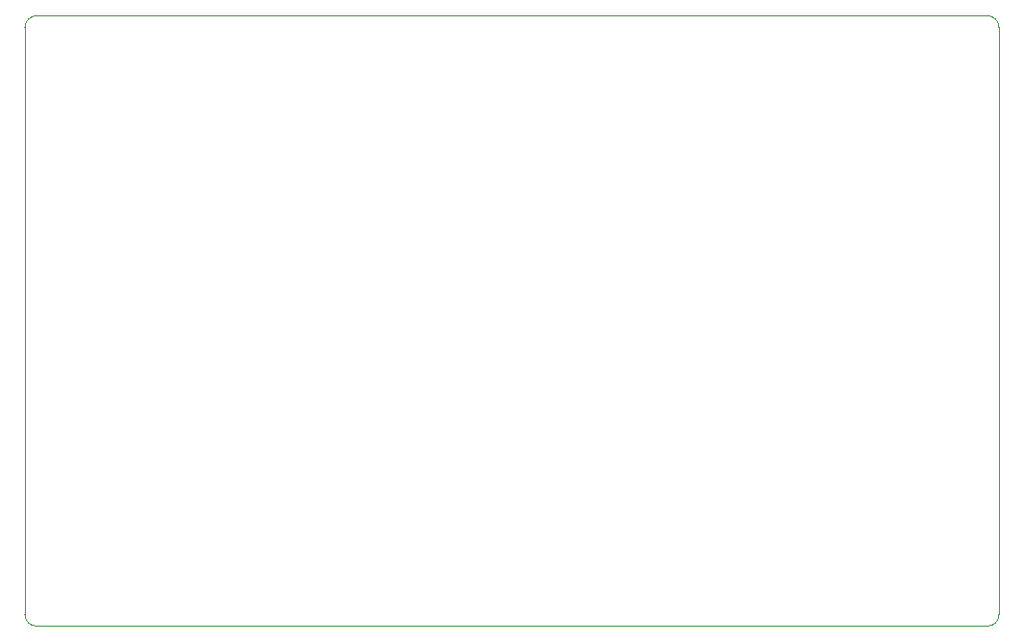
<source format=gm1>
%TF.GenerationSoftware,KiCad,Pcbnew,(6.99.0)*%
%TF.CreationDate,2022-05-24T21:05:53-07:00*%
%TF.ProjectId,Card,43617264-2e6b-4696-9361-645f70636258,rev?*%
%TF.SameCoordinates,Original*%
%TF.FileFunction,Profile,NP*%
%FSLAX46Y46*%
G04 Gerber Fmt 4.6, Leading zero omitted, Abs format (unit mm)*
G04 Created by KiCad (PCBNEW (6.99.0)) date 2022-05-24 21:05:53*
%MOMM*%
%LPD*%
G01*
G04 APERTURE LIST*
%TA.AperFunction,Profile*%
%ADD10C,0.100000*%
%TD*%
G04 APERTURE END LIST*
D10*
X50038000Y-102870000D02*
X50038000Y-51054000D01*
X135890000Y-51054000D02*
X135890000Y-102870000D01*
X134874000Y-103886000D02*
G75*
G03*
X135890000Y-102870000I-2J1016002D01*
G01*
X51054000Y-50038000D02*
G75*
G03*
X50038000Y-51054000I2J-1016002D01*
G01*
X51054000Y-50038000D02*
X134874000Y-50038000D01*
X50038000Y-102870000D02*
G75*
G03*
X51054000Y-103886000I1016002J2D01*
G01*
X134874000Y-103886000D02*
X51054000Y-103886000D01*
X135890000Y-51054000D02*
G75*
G03*
X134874000Y-50038000I-1016002J-2D01*
G01*
M02*

</source>
